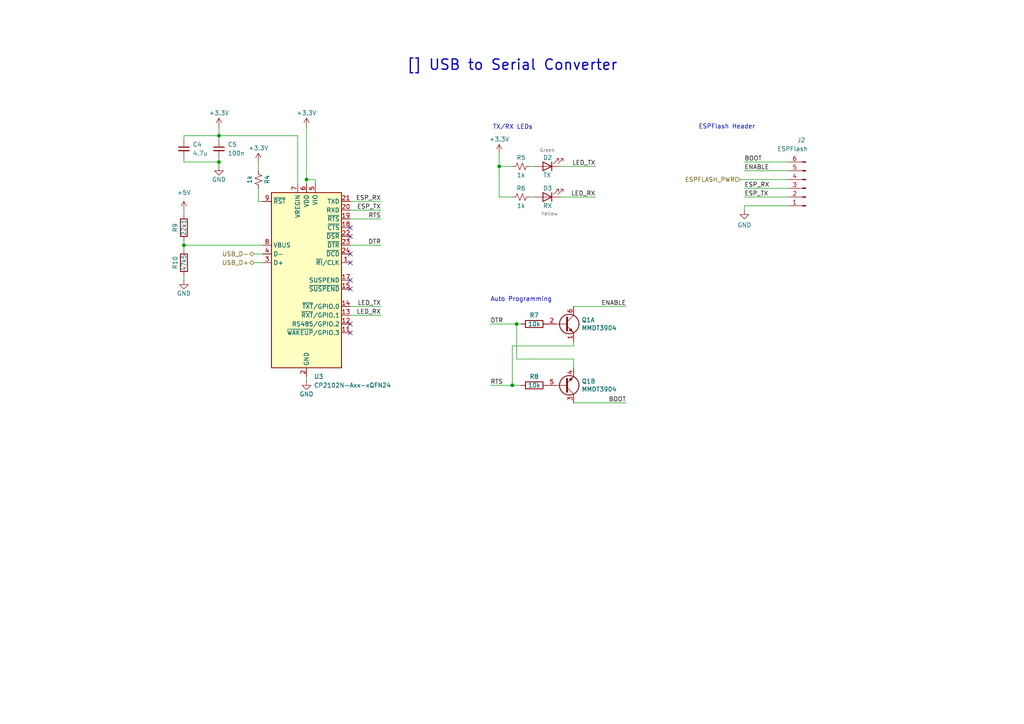
<source format=kicad_sch>
(kicad_sch (version 20250114) (generator "eeschema") (generator_version "9.0")
  (paper "A4")
  (title_block (title "USB to Serial Converter") (date "2025-03-20") (rev "1.1") (company "Wattle Labs"))
  (lib_symbols
    (symbol "Connector:Conn_01x06_Pin" (pin_names (offset 1.016) (hide yes))
      (property "Reference" "J" (at 0 7.62 0))
      (property "Value" "Conn_01x06_Pin" (at 0 -10.16 0))
      (symbol "Conn_01x06_Pin_1_1"
        (rectangle (start 0.8636 5.207) (end 0 4.953) (stroke (width 0.1524)) (fill (type outline)))
        (rectangle (start 0.8636 2.667) (end 0 2.413) (stroke (width 0.1524)) (fill (type outline)))
        (rectangle (start 0.8636 0.127) (end 0 -0.127) (stroke (width 0.1524)) (fill (type outline)))
        (rectangle (start 0.8636 -2.413) (end 0 -2.667) (stroke (width 0.1524)) (fill (type outline)))
        (rectangle (start 0.8636 -4.953) (end 0 -5.207) (stroke (width 0.1524)) (fill (type outline)))
        (rectangle (start 0.8636 -7.493) (end 0 -7.747) (stroke (width 0.1524)) (fill (type outline)))
        (polyline (pts (xy 1.27 5.08) (xy 0.8636 5.08)) (stroke (width 0.1524)))
        (polyline (pts (xy 1.27 2.54) (xy 0.8636 2.54)) (stroke (width 0.1524)))
        (polyline (pts (xy 1.27 0) (xy 0.8636 0)) (stroke (width 0.1524)))
        (polyline (pts (xy 1.27 -2.54) (xy 0.8636 -2.54)) (stroke (width 0.1524)))
        (polyline (pts (xy 1.27 -5.08) (xy 0.8636 -5.08)) (stroke (width 0.1524)))
        (polyline (pts (xy 1.27 -7.62) (xy 0.8636 -7.62)) (stroke (width 0.1524)))
        (pin passive line (at 5.08 5.08 180) (length 3.81) (name "Pin_1") (number "1"))
        (pin passive line (at 5.08 2.54 180) (length 3.81) (name "Pin_2") (number "2"))
        (pin passive line (at 5.08 0 180) (length 3.81) (name "Pin_3") (number "3"))
        (pin passive line (at 5.08 -2.54 180) (length 3.81) (name "Pin_4") (number "4"))
        (pin passive line (at 5.08 -5.08 180) (length 3.81) (name "Pin_5") (number "5"))
        (pin passive line (at 5.08 -7.62 180) (length 3.81) (name "Pin_6") (number "6"))
      )
    )
    (symbol "Device:C_Small" (pin_numbers (hide yes)) (pin_names (offset 0.254) (hide yes))
      (property "Reference" "C" (at 0.254 1.778 0))
      (property "Value" "C_Small" (at 0.254 -2.032 0))
      (symbol "C_Small_0_1"
        (polyline (pts (xy -1.524 0.508) (xy 1.524 0.508)) (stroke (width 0.3048)))
        (polyline (pts (xy -1.524 -0.508) (xy 1.524 -0.508)) (stroke (width 0.3302)))
      )
      (symbol "C_Small_1_1"
        (pin passive line (at 0 2.54 270) (length 2.032) (name "~") (number "1"))
        (pin passive line (at 0 -2.54 90) (length 2.032) (name "~") (number "2"))
      )
    )
    (symbol "Device:LED" (pin_numbers (hide yes)) (pin_names (offset 1.016) (hide yes))
      (property "Reference" "D" (at 0 2.54 0))
      (property "Value" "LED" (at 0 -2.54 0))
      (symbol "LED_0_1"
        (polyline (pts (xy -3.048 -0.762) (xy -4.572 -2.286) (xy -3.81 -2.286) (xy -4.572 -2.286) (xy -4.572 -1.524)))
        (polyline (pts (xy -1.778 -0.762) (xy -3.302 -2.286) (xy -2.54 -2.286) (xy -3.302 -2.286) (xy -3.302 -1.524)))
        (polyline (pts (xy -1.27 0) (xy 1.27 0)))
        (polyline (pts (xy -1.27 -1.27) (xy -1.27 1.27)) (stroke (width 0.254)))
        (polyline (pts (xy 1.27 -1.27) (xy 1.27 1.27) (xy -1.27 0) (xy 1.27 -1.27)) (stroke (width 0.254)))
      )
      (symbol "LED_1_1"
        (pin passive line (at -3.81 0 0) (length 2.54) (name "K") (number "1"))
        (pin passive line (at 3.81 0 180) (length 2.54) (name "A") (number "2"))
      )
    )
    (symbol "Device:R" (pin_numbers (hide yes)) (pin_names (offset 0))
      (property "Reference" "R" (at 2.032 0 90))
      (property "Value" "R" (at 0 0 90))
      (symbol "R_0_1"
        (rectangle (start -1.016 -2.54) (end 1.016 2.54) (stroke (width 0.254)))
      )
      (symbol "R_1_1"
        (pin passive line (at 0 3.81 270) (length 1.27) (name "~") (number "1"))
        (pin passive line (at 0 -3.81 90) (length 1.27) (name "~") (number "2"))
      )
    )
    (symbol "Device:R_Small_US" (pin_numbers (hide yes)) (pin_names (offset 0.254) (hide yes))
      (property "Reference" "R" (at 0.762 0.508 0))
      (property "Value" "R_Small_US" (at 0.762 -1.016 0))
      (symbol "R_Small_US_1_1"
        (polyline (pts (xy 0 1.524) (xy 1.016 1.143) (xy 0 0.762) (xy -1.016 0.381) (xy 0 0)))
        (polyline (pts (xy 0 0) (xy 1.016 -0.381) (xy 0 -0.762) (xy -1.016 -1.143) (xy 0 -1.524)))
        (pin passive line (at 0 2.54 270) (length 1.016) (name "~") (number "1"))
        (pin passive line (at 0 -2.54 90) (length 1.016) (name "~") (number "2"))
      )
    )
    (symbol "Interface_USB:CP2102N-Axx-xQFN24"
      (property "Reference" "U" (at -8.89 26.67 0))
      (property "Value" "CP2102N-Axx-xQFN24" (at 13.97 26.67 0))
      (symbol "CP2102N-Axx-xQFN24_0_1"
        (rectangle (start -10.16 25.4) (end 10.16 -25.4) (stroke (width 0.254)) (fill (type background)))
      )
      (symbol "CP2102N-Axx-xQFN24_1_1"
        (pin input line (at -12.7 22.86 0) (length 2.54) (name "~{RST}") (number "9"))
        (pin input line (at -12.7 10.16 0) (length 2.54) (name "VBUS") (number "8"))
        (pin bidirectional line (at -12.7 7.62 0) (length 2.54) (name "D-") (number "4"))
        (pin bidirectional line (at -12.7 5.08 0) (length 2.54) (name "D+") (number "3"))
        (pin no_connect line (at -10.16 -22.86 0) (length 2.54) (hide yes) (name "NC") (number "10"))
        (pin power_in line (at -2.54 27.94 270) (length 2.54) (name "VREGIN") (number "7"))
        (pin power_in line (at 0 27.94 270) (length 2.54) (name "VDD") (number "6"))
        (pin power_in line (at 0 -27.94 90) (length 2.54) (name "GND") (number "2"))
        (pin passive line (at 0 -27.94 90) (length 2.54) (hide yes) (name "GND") (number "25"))
        (pin power_in line (at 2.54 27.94 270) (length 2.54) (name "VIO") (number "5"))
        (pin no_connect line (at 10.16 -22.86 180) (length 2.54) (hide yes) (name "NC") (number "16"))
        (pin output line (at 12.7 22.86 180) (length 2.54) (name "TXD") (number "21"))
        (pin input line (at 12.7 20.32 180) (length 2.54) (name "RXD") (number "20"))
        (pin output line (at 12.7 17.78 180) (length 2.54) (name "~{RTS}") (number "19"))
        (pin input line (at 12.7 15.24 180) (length 2.54) (name "~{CTS}") (number "18"))
        (pin input line (at 12.7 12.7 180) (length 2.54) (name "~{DSR}") (number "22"))
        (pin output line (at 12.7 10.16 180) (length 2.54) (name "~{DTR}") (number "23"))
        (pin input line (at 12.7 7.62 180) (length 2.54) (name "~{DCD}") (number "24"))
        (pin bidirectional line (at 12.7 5.08 180) (length 2.54) (name "~{RI}/CLK") (number "1"))
        (pin output line (at 12.7 0 180) (length 2.54) (name "SUSPEND") (number "17"))
        (pin output line (at 12.7 -2.54 180) (length 2.54) (name "~{SUSPEND}") (number "15"))
        (pin bidirectional line (at 12.7 -7.62 180) (length 2.54) (name "~{TXT}/GPIO.0") (number "14"))
        (pin bidirectional line (at 12.7 -10.16 180) (length 2.54) (name "~{RXT}/GPIO.1") (number "13"))
        (pin bidirectional line (at 12.7 -12.7 180) (length 2.54) (name "RS485/GPIO.2") (number "12"))
        (pin bidirectional line (at 12.7 -15.24 180) (length 2.54) (name "~{WAKEUP}/GPIO.3") (number "11"))
      )
    )
    (symbol "LED_1" (pin_numbers (hide yes)) (pin_names (offset 1.016) (hide yes))
      (property "Reference" "D" (at 0 2.54 0))
      (property "Value" "LED" (at 0 -2.54 0))
      (symbol "LED_1_0_1"
        (polyline (pts (xy -3.048 -0.762) (xy -4.572 -2.286) (xy -3.81 -2.286) (xy -4.572 -2.286) (xy -4.572 -1.524)))
        (polyline (pts (xy -1.778 -0.762) (xy -3.302 -2.286) (xy -2.54 -2.286) (xy -3.302 -2.286) (xy -3.302 -1.524)))
        (polyline (pts (xy -1.27 0) (xy 1.27 0)))
        (polyline (pts (xy -1.27 -1.27) (xy -1.27 1.27)) (stroke (width 0.254)))
        (polyline (pts (xy 1.27 -1.27) (xy 1.27 1.27) (xy -1.27 0) (xy 1.27 -1.27)) (stroke (width 0.254)))
      )
      (symbol "LED_1_1_1"
        (pin passive line (at -3.81 0 0) (length 2.54) (name "K") (number "1"))
        (pin passive line (at 3.81 0 180) (length 2.54) (name "A") (number "2"))
      )
    )
    (symbol "MMDT3904_1" (pin_names (offset 0) (hide yes))
      (property "Reference" "Q" (at 5.08 1.27 0))
      (property "Value" "MMDT3904" (at 5.08 -1.27 0))
      (symbol "MMDT3904_1_0_1"
        (polyline (pts (xy 0.635 1.905) (xy 0.635 -1.905)) (stroke (width 0.508)))
        (polyline (pts (xy 0.635 0.635) (xy 2.54 2.54)))
        (polyline (pts (xy 0.635 0) (xy -2.54 0)))
        (polyline (pts (xy 0.635 -0.635) (xy 2.54 -2.54)))
        (circle (center 1.27 0) (radius 2.8194) (stroke (width 0.254)))
        (polyline (pts (xy 1.27 -1.778) (xy 1.778 -1.27) (xy 2.286 -2.286) (xy 1.27 -1.778)) (fill (type outline)))
      )
      (symbol "MMDT3904_1_1_1"
        (pin input line (at -5.08 0 0) (length 2.54) (name "B1") (number "2"))
        (pin passive line (at 2.54 5.08 270) (length 2.54) (name "C1") (number "6"))
        (pin passive line (at 2.54 -5.08 90) (length 2.54) (name "E1") (number "1"))
      )
      (symbol "MMDT3904_1_2_1"
        (pin input line (at -5.08 0 0) (length 2.54) (name "B2") (number "5"))
        (pin passive line (at 2.54 5.08 270) (length 2.54) (name "C2") (number "3"))
        (pin passive line (at 2.54 -5.08 90) (length 2.54) (name "E2") (number "4"))
      )
    )
    (symbol "Transistor_BJT:MMDT3904" (pin_names (offset 0) (hide yes))
      (property "Reference" "Q" (at 5.08 1.27 0))
      (property "Value" "MMDT3904" (at 5.08 -1.27 0))
      (symbol "MMDT3904_0_1"
        (polyline (pts (xy 0.635 1.905) (xy 0.635 -1.905)) (stroke (width 0.508)))
        (polyline (pts (xy 0.635 0.635) (xy 2.54 2.54)))
        (polyline (pts (xy 0.635 0) (xy -2.54 0)))
        (polyline (pts (xy 0.635 -0.635) (xy 2.54 -2.54)))
        (circle (center 1.27 0) (radius 2.8194) (stroke (width 0.254)))
        (polyline (pts (xy 1.27 -1.778) (xy 1.778 -1.27) (xy 2.286 -2.286) (xy 1.27 -1.778)) (fill (type outline)))
      )
      (symbol "MMDT3904_1_1"
        (pin input line (at -5.08 0 0) (length 2.54) (name "B1") (number "2"))
        (pin passive line (at 2.54 5.08 270) (length 2.54) (name "C1") (number "6"))
        (pin passive line (at 2.54 -5.08 90) (length 2.54) (name "E1") (number "1"))
      )
      (symbol "MMDT3904_2_1"
        (pin input line (at -5.08 0 0) (length 2.54) (name "B2") (number "5"))
        (pin passive line (at 2.54 5.08 270) (length 2.54) (name "C2") (number "3"))
        (pin passive line (at 2.54 -5.08 90) (length 2.54) (name "E2") (number "4"))
      )
    )
    (symbol "power:+3.3V" (power) (pin_numbers (hide yes)) (pin_names (offset 0) (hide yes))
      (property "Value" "+3.3V" (at 0 3.556 0))
      (symbol "+3.3V_0_1"
        (polyline (pts (xy -0.762 1.27) (xy 0 2.54)))
        (polyline (pts (xy 0 2.54) (xy 0.762 1.27)))
        (polyline (pts (xy 0 0) (xy 0 2.54)))
      )
      (symbol "+3.3V_1_1"
        (pin power_in line (at 0 0 90) (length 0) (name "~") (number "1"))
      )
    )
    (symbol "power:+5V" (power) (pin_numbers (hide yes)) (pin_names (offset 0) (hide yes))
      (property "Value" "+5V" (at 0 3.556 0))
      (symbol "+5V_0_1"
        (polyline (pts (xy -0.762 1.27) (xy 0 2.54)))
        (polyline (pts (xy 0 2.54) (xy 0.762 1.27)))
        (polyline (pts (xy 0 0) (xy 0 2.54)))
      )
      (symbol "+5V_1_1"
        (pin power_in line (at 0 0 90) (length 0) (name "~") (number "1"))
      )
    )
    (symbol "power:GND" (power) (pin_numbers (hide yes)) (pin_names (offset 0) (hide yes))
      (property "Value" "GND" (at 0 -3.81 0))
      (symbol "GND_0_1"
        (polyline (pts (xy 0 0) (xy 0 -1.27) (xy 1.27 -1.27) (xy 0 -2.54) (xy -1.27 -1.27) (xy 0 -1.27)))
      )
      (symbol "GND_1_1"
        (pin power_in line (at 0 0 270) (length 0) (name "~") (number "1"))
      )
    )
  )
  (text "TX/RX LEDs" (at 142.875 36.195 0) (effects (font (size 1.27 1.27) (thickness 0.1588)) (justify left top)))
  (text "ESPFlash Header" (at 210.82 36.83 0) (effects (font (size 1.27 1.27))))
  (text "Green" (at 158.75 43.815 0) (effects (font (size 1 1))))
  (text "Yellow" (at 159.385 62.23 0) (effects (font (size 1 1))))
  (text "Auto Programming" (at 142.24 87.63 0) (effects (font (size 1.27 1.27) (thickness 0.1588)) (justify left bottom)))
  (text_box "[${#}] ${TITLE}" (at 12.065 12.065 0) (size 273.05 13.335) (margins 2.2499 2.2499 2.2499 2.2499) (stroke (width -0.0001)) (effects (font (size 3 3) (thickness 0.375))))
  (junction (at 53.34 71.12))
  (junction (at 88.9 52.07))
  (junction (at 63.5 39.37))
  (junction (at 149.86 93.98))
  (junction (at 63.5 46.99))
  (junction (at 148.59 111.76))
  (junction (at 144.78 48.26))
  (no_connect (at 101.6 93.98))
  (no_connect (at 101.6 68.58))
  (no_connect (at 101.6 66.04))
  (no_connect (at 101.6 83.82))
  (no_connect (at 101.6 76.2))
  (no_connect (at 101.6 81.28))
  (no_connect (at 101.6 73.66))
  (no_connect (at 101.6 96.52))
  (wire (pts (xy 73.66 76.2) (xy 76.2 76.2)))
  (wire (pts (xy 88.9 109.22) (xy 88.9 110.49)))
  (wire (pts (xy 149.86 104.14) (xy 166.37 104.14)))
  (wire (pts (xy 53.34 39.37) (xy 63.5 39.37)))
  (wire (pts (xy 214.63 52.07) (xy 228.6 52.07)))
  (wire (pts (xy 74.93 54.61) (xy 74.93 58.42)))
  (wire (pts (xy 148.59 57.15) (xy 144.78 57.15)))
  (wire (pts (xy 151.13 93.98) (xy 149.86 93.98)))
  (wire (pts (xy 63.5 45.72) (xy 63.5 46.99)))
  (wire (pts (xy 101.6 91.44) (xy 110.49 91.44)))
  (wire (pts (xy 228.6 54.61) (xy 215.9 54.61)))
  (wire (pts (xy 86.36 53.34) (xy 86.36 39.37)))
  (wire (pts (xy 166.37 116.84) (xy 181.61 116.84)))
  (wire (pts (xy 63.5 39.37) (xy 86.36 39.37)))
  (wire (pts (xy 151.13 111.76) (xy 148.59 111.76)))
  (wire (pts (xy 53.34 45.72) (xy 53.34 46.99)))
  (wire (pts (xy 228.6 59.69) (xy 215.9 59.69)))
  (wire (pts (xy 53.34 40.64) (xy 53.34 39.37)))
  (wire (pts (xy 74.93 58.42) (xy 76.2 58.42)))
  (wire (pts (xy 162.56 57.15) (xy 172.72 57.15)))
  (wire (pts (xy 153.67 57.15) (xy 154.94 57.15)))
  (wire (pts (xy 166.37 104.14) (xy 166.37 106.68)))
  (wire (pts (xy 76.2 71.12) (xy 53.34 71.12)))
  (wire (pts (xy 91.44 52.07) (xy 91.44 53.34)))
  (wire (pts (xy 144.78 48.26) (xy 148.59 48.26)))
  (wire (pts (xy 73.66 73.66) (xy 76.2 73.66)))
  (wire (pts (xy 228.6 49.53) (xy 215.9 49.53)))
  (wire (pts (xy 101.6 88.9) (xy 110.49 88.9)))
  (wire (pts (xy 63.5 36.83) (xy 63.5 39.37)))
  (wire (pts (xy 53.34 60.96) (xy 53.34 62.23)))
  (wire (pts (xy 148.59 100.33) (xy 148.59 111.76)))
  (wire (pts (xy 166.37 99.06) (xy 166.37 100.33)))
  (wire (pts (xy 74.93 49.53) (xy 74.93 46.99)))
  (wire (pts (xy 215.9 59.69) (xy 215.9 60.96)))
  (wire (pts (xy 228.6 57.15) (xy 215.9 57.15)))
  (wire (pts (xy 144.78 44.45) (xy 144.78 48.26)))
  (wire (pts (xy 101.6 63.5) (xy 110.49 63.5)))
  (wire (pts (xy 166.37 88.9) (xy 181.61 88.9)))
  (wire (pts (xy 162.56 48.26) (xy 172.72 48.26)))
  (wire (pts (xy 101.6 58.42) (xy 110.49 58.42)))
  (wire (pts (xy 53.34 69.85) (xy 53.34 71.12)))
  (wire (pts (xy 101.6 71.12) (xy 110.49 71.12)))
  (wire (pts (xy 88.9 36.83) (xy 88.9 52.07)))
  (wire (pts (xy 88.9 52.07) (xy 88.9 53.34)))
  (wire (pts (xy 153.67 48.26) (xy 154.94 48.26)))
  (wire (pts (xy 144.78 57.15) (xy 144.78 48.26)))
  (wire (pts (xy 53.34 46.99) (xy 63.5 46.99)))
  (wire (pts (xy 53.34 80.01) (xy 53.34 81.28)))
  (wire (pts (xy 53.34 71.12) (xy 53.34 72.39)))
  (wire (pts (xy 149.86 93.98) (xy 149.86 104.14)))
  (wire (pts (xy 166.37 100.33) (xy 148.59 100.33)))
  (wire (pts (xy 228.6 46.99) (xy 215.9 46.99)))
  (wire (pts (xy 142.24 93.98) (xy 149.86 93.98)))
  (wire (pts (xy 142.24 111.76) (xy 148.59 111.76)))
  (wire (pts (xy 63.5 39.37) (xy 63.5 40.64)))
  (wire (pts (xy 91.44 52.07) (xy 88.9 52.07)))
  (wire (pts (xy 101.6 60.96) (xy 110.49 60.96)))
  (wire (pts (xy 63.5 46.99) (xy 63.5 48.26)))
  (label "ENABLE" (at 215.9 49.53 0))
  (label "LED_RX" (at 172.72 57.15 180))
  (label "DTR" (at 110.49 71.12 180))
  (label "LED_TX" (at 172.72 48.26 180))
  (label "ESP_RX" (at 215.9 54.61 0))
  (label "LED_RX" (at 110.49 91.44 180))
  (label "LED_TX" (at 110.49 88.9 180))
  (label "BOOT" (at 181.61 116.84 180))
  (label "RTS" (at 142.24 111.76 0))
  (label "ENABLE" (at 181.61 88.9 180))
  (label "ESP_TX" (at 215.9 57.15 0))
  (label "BOOT" (at 215.9 46.99 0))
  (label "RTS" (at 110.49 63.5 180))
  (label "ESP_TX" (at 110.49 60.96 180))
  (label "ESP_RX" (at 110.49 58.42 180))
  (label "DTR" (at 142.24 93.98 0))
  (hierarchical_label "ESPFLASH_PWR" (shape input) (at 214.63 52.07 180))
  (hierarchical_label "USB_D-" (shape bidirectional) (at 73.66 73.66 180))
  (hierarchical_label "USB_D+" (shape bidirectional) (at 73.66 76.2 180))
  (symbol (lib_id "Transistor_BJT:MMDT3904") (at 163.83 93.98 0) (unit 1)
    (property "Reference" "Q1" (at 168.6814 92.8116 0) (effects (justify left)))
    (property "Value" "MMDT3904" (at 168.6814 95.123 0) (effects (justify left)))
    (property "Footprint" "Package_TO_SOT_SMD:SOT-363_SC-70-6" (effects (hide yes)))
    (property "Datasheet" "http://www.diodes.com/_files/datasheets/ds30088.pdf" (effects (hide yes)))
    (property "Description" "200mA IC, 40V Vce, Dual NPN/NPN Transistors, SOT-363" (effects (hide yes)))
    (property "Digikey_PN" "4786-MMDT3904CT-ND" (effects (hide yes)))
  )
  (symbol (lib_name "MMDT3904_1") (lib_id "Transistor_BJT:MMDT3904") (at 163.83 111.76 0) (mirror x) (unit 2)
    (property "Reference" "Q1" (at 168.6814 110.5916 0) (effects (justify left)))
    (property "Value" "MMDT3904" (at 168.6814 112.903 0) (effects (justify left)))
    (property "Footprint" "Package_TO_SOT_SMD:SOT-363_SC-70-6" (effects (hide yes)))
    (property "Datasheet" "http://www.diodes.com/_files/datasheets/ds30088.pdf" (effects (hide yes)))
    (property "Description" "200mA IC, 40V Vce, Dual NPN/NPN Transistors, SOT-363" (effects (hide yes)))
    (property "Digikey_PN" "4786-MMDT3904CT-ND" (effects (hide yes)))
  )
  (symbol (lib_id "Device:C_Small") (at 53.34 43.18 0) (unit 1)
    (property "Reference" "C4" (at 55.88 41.9162 0) (effects (justify left)))
    (property "Value" "4.7u" (at 55.88 44.4562 0) (effects (justify left)))
    (property "Footprint" "Capacitor_SMD:C_0603_1608Metric" (effects (hide yes)))
    (property "Description" "4.7 µF ±10% 16V Ceramic Capacitor X5R 0603 (1608 Metric)" (effects (hide yes)))
    (property "Digikey_PN" "1276-1784-1-ND" (effects (hide yes)))
  )
  (symbol (lib_id "power:+3.3V") (at 63.5 36.83 0) (unit 1)
    (property "Reference" "#PWR012" (effects (hide yes)))
    (property "Value" "+3.3V" (at 63.5 32.766 0))
    (property "Description" "Power symbol creates a global label with name \"+3.3V\"" (effects (hide yes)))
  )
  (symbol (lib_id "Device:R") (at 53.34 76.2 180) (unit 1)
    (property "Reference" "R10" (at 50.8 76.2 90))
    (property "Value" "47k5" (at 53.34 76.2 90))
    (property "Footprint" "Resistor_SMD:R_0603_1608Metric" (effects (hide yes)))
    (property "Description" "47.5 kOhms ±1% 0.1W, 1/10W Chip Resistor 0603 (1608 Metric) Thick Film" (effects (hide yes)))
    (property "Digikey_PN" "541-4050-1-ND" (effects (hide yes)))
  )
  (symbol (lib_id "power:+3.3V") (at 74.93 46.99 0) (unit 1)
    (property "Reference" "#PWR017" (effects (hide yes)))
    (property "Value" "+3.3V" (at 74.93 42.926 0))
    (property "Description" "Power symbol creates a global label with name \"+3.3V\"" (effects (hide yes)))
  )
  (symbol (lib_id "Device:R_Small_US") (at 151.13 48.26 270) (unit 1)
    (property "Reference" "R5" (at 151.13 45.72 90))
    (property "Value" "1k" (at 151.13 50.8 90))
    (property "Footprint" "Resistor_SMD:R_0603_1608Metric" (effects (hide yes)))
    (property "Description" "Resistor, small US symbol" (effects (hide yes)))
    (property "Digikey_PN" "MCT0603-1.00K-MFCT-ND" (effects (hide yes)))
    (property "Stocked" "Yes" (effects (hide yes)))
  )
  (symbol (lib_id "Device:R_Small_US") (at 74.93 52.07 180) (unit 1)
    (property "Reference" "R4" (at 77.47 52.07 90))
    (property "Value" "1k" (at 72.39 52.07 90))
    (property "Footprint" "Resistor_SMD:R_0603_1608Metric" (effects (hide yes)))
    (property "Description" "Resistor, small US symbol" (effects (hide yes)))
    (property "Digikey_PN" "MCT0603-1.00K-MFCT-ND" (effects (hide yes)))
    (property "Stocked" "Yes" (effects (hide yes)))
  )
  (symbol (lib_id "Device:R_Small_US") (at 151.13 57.15 270) (unit 1)
    (property "Reference" "R6" (at 151.13 54.61 90))
    (property "Value" "1k" (at 151.13 59.69 90))
    (property "Footprint" "Resistor_SMD:R_0603_1608Metric" (effects (hide yes)))
    (property "Description" "4.7 kOhms ±5% 0.1W, 1/10W Chip Resistor 0603 (1608 Metric) Thick Film" (effects (hide yes)))
    (property "Digikey_PN" "MCT0603-1.00K-MFCT-ND" (effects (hide yes)))
    (property "Stocked" "Yes" (effects (hide yes)))
  )
  (symbol (lib_name "LED_1") (lib_id "Device:LED") (at 158.75 48.26 180) (unit 1)
    (property "Reference" "D2" (at 157.48 45.72 0) (effects (justify right)))
    (property "Value" "TX" (at 157.48 50.8 0) (effects (justify right)))
    (property "Footprint" "LED_SMD:LED_0603_1608Metric" (effects (hide yes)))
    (property "Description" "Green 570nm LED Indication - Discrete 2V 0603 (1608 Metric)" (effects (hide yes)))
    (property "Digikey_PN" "732-4980-1-ND" (effects (hide yes)))
  )
  (symbol (lib_id "Interface_USB:CP2102N-Axx-xQFN24") (at 88.9 81.28 0) (unit 1)
    (property "Reference" "U3" (at 91.0433 109.22 0) (effects (justify left)))
    (property "Value" "CP2102N-Axx-xQFN24" (at 91.0433 111.76 0) (effects (justify left)))
    (property "Footprint" "Package_DFN_QFN:QFN-24-1EP_4x4mm_P0.5mm_EP2.6x2.6mm" (effects (hide yes)))
    (property "Datasheet" "https://www.silabs.com/documents/public/data-sheets/cp2102n-datasheet.pdf" (effects (hide yes)))
    (property "Description" "USB to UART master bridge, QFN-24" (effects (hide yes)))
    (property "Digikey_PN" "CP2102N-A02-GQFN24" (effects (hide yes)))
  )
  (symbol (lib_id "power:+3.3V") (at 88.9 36.83 0) (unit 1)
    (property "Reference" "#PWR014" (effects (hide yes)))
    (property "Value" "+3.3V" (at 88.9 32.766 0))
    (property "Description" "Power symbol creates a global label with name \"+3.3V\"" (effects (hide yes)))
  )
  (symbol (lib_id "power:+5V") (at 53.34 60.96 0) (unit 1)
    (property "Reference" "#PWR020" (effects (hide yes)))
    (property "Value" "+5V" (at 53.34 55.88 0))
    (property "Description" "Power symbol creates a global label with name \"+5V\"" (effects (hide yes)))
  )
  (symbol (lib_id "Device:R") (at 154.94 93.98 90) (unit 1)
    (property "Reference" "R7" (at 154.94 91.44 90))
    (property "Value" "10k" (at 154.94 93.98 90))
    (property "Footprint" "Resistor_SMD:R_0603_1608Metric" (effects (hide yes)))
    (property "Description" "10 kOhms ±1% 0.1W, 1/10W Chip Resistor 0603 (1608 Metric) Thick Film" (effects (hide yes)))
    (property "Digikey_PN" "A121523CT-ND" (effects (hide yes)))
  )
  (symbol (lib_id "Device:R") (at 154.94 111.76 90) (unit 1)
    (property "Reference" "R8" (at 154.94 109.22 90))
    (property "Value" "10k" (at 154.94 111.76 90))
    (property "Footprint" "Resistor_SMD:R_0603_1608Metric" (effects (hide yes)))
    (property "Description" "10 kOhms ±1% 0.1W, 1/10W Chip Resistor 0603 (1608 Metric) Thick Film" (effects (hide yes)))
    (property "Digikey_PN" "A121523CT-ND" (effects (hide yes)))
  )
  (symbol (lib_id "power:GND") (at 63.5 48.26 0) (unit 1)
    (property "Reference" "#PWR013" (effects (hide yes)))
    (property "Value" "GND" (at 63.5 52.07 0))
    (property "Description" "Power symbol creates a global label with name \"GND\" , ground" (effects (hide yes)))
  )
  (symbol (lib_id "Connector:Conn_01x06_Pin") (at 233.68 54.61 180) (unit 1) (in_bom no)
    (property "Reference" "J2" (at 232.41 40.64 0))
    (property "Value" "ESPFlash" (at 229.87 43.18 0))
    (property "Footprint" "Connector_PinHeader_2.54mm:PinHeader_1x06_P2.54mm_Horizontal" (effects (hide yes)))
    (property "Description" "Generic connector, single row, 01x06, script generated" (effects (hide yes)))
  )
  (symbol (lib_id "Device:R") (at 53.34 66.04 180) (unit 1)
    (property "Reference" "R9" (at 50.8 66.04 90))
    (property "Value" "22k1" (at 53.34 66.04 90))
    (property "Footprint" "Resistor_SMD:R_0603_1608Metric" (effects (hide yes)))
    (property "Description" "22.1 kOhms ±1% 0.1W, 1/10W Chip Resistor 0603 (1608 Metric) Thick Film" (effects (hide yes)))
    (property "Digikey_PN" "541-5271-1-ND" (effects (hide yes)))
  )
  (symbol (lib_id "power:GND") (at 215.9 60.96 0) (unit 1)
    (property "Reference" "#PWR018" (effects (hide yes)))
    (property "Value" "GND" (at 215.9 65.278 0))
    (property "Description" "Power symbol creates a global label with name \"GND\" , ground" (effects (hide yes)))
  )
  (symbol (lib_id "Device:LED") (at 158.75 57.15 180) (unit 1)
    (property "Reference" "D3" (at 157.48 54.61 0) (effects (justify right)))
    (property "Value" "RX" (at 157.48 59.69 0) (effects (justify right)))
    (property "Footprint" "LED_SMD:LED_0603_1608Metric" (effects (hide yes)))
    (property "Description" "Orange 605nm LED Indication - Discrete 2V 0603 (1608 Metric)" (effects (hide yes)))
    (property "Digikey_PN" "160-1434-1-ND" (effects (hide yes)))
  )
  (symbol (lib_id "power:GND") (at 88.9 110.49 0) (unit 1)
    (property "Reference" "#PWR015" (effects (hide yes)))
    (property "Value" "GND" (at 88.9 114.3 0))
    (property "Description" "Power symbol creates a global label with name \"GND\" , ground" (effects (hide yes)))
  )
  (symbol (lib_id "power:GND") (at 53.34 81.28 0) (unit 1)
    (property "Reference" "#PWR019" (effects (hide yes)))
    (property "Value" "GND" (at 53.34 85.09 0))
    (property "Description" "Power symbol creates a global label with name \"GND\" , ground" (effects (hide yes)))
  )
  (symbol (lib_id "power:+3.3V") (at 144.78 44.45 0) (unit 1)
    (property "Reference" "#PWR016" (effects (hide yes)))
    (property "Value" "+3.3V" (at 144.78 40.386 0))
    (property "Description" "Power symbol creates a global label with name \"+3.3V\"" (effects (hide yes)))
  )
  (symbol (lib_id "Device:C_Small") (at 63.5 43.18 0) (unit 1)
    (property "Reference" "C5" (at 66.04 41.9162 0) (effects (justify left)))
    (property "Value" "100n" (at 66.04 44.4562 0) (effects (justify left)))
    (property "Footprint" "Capacitor_SMD:C_0603_1608Metric" (effects (hide yes)))
    (property "Description" "CAP CER 100nF (0.1uF) 16V X7R 0603" (effects (hide yes)))
    (property "Digikey_PN" "399-C0603C104K4RACTUCT-ND" (effects (hide yes)))
    (property "Stocked" "Yes" (effects (hide yes)))
  )
)
</source>
